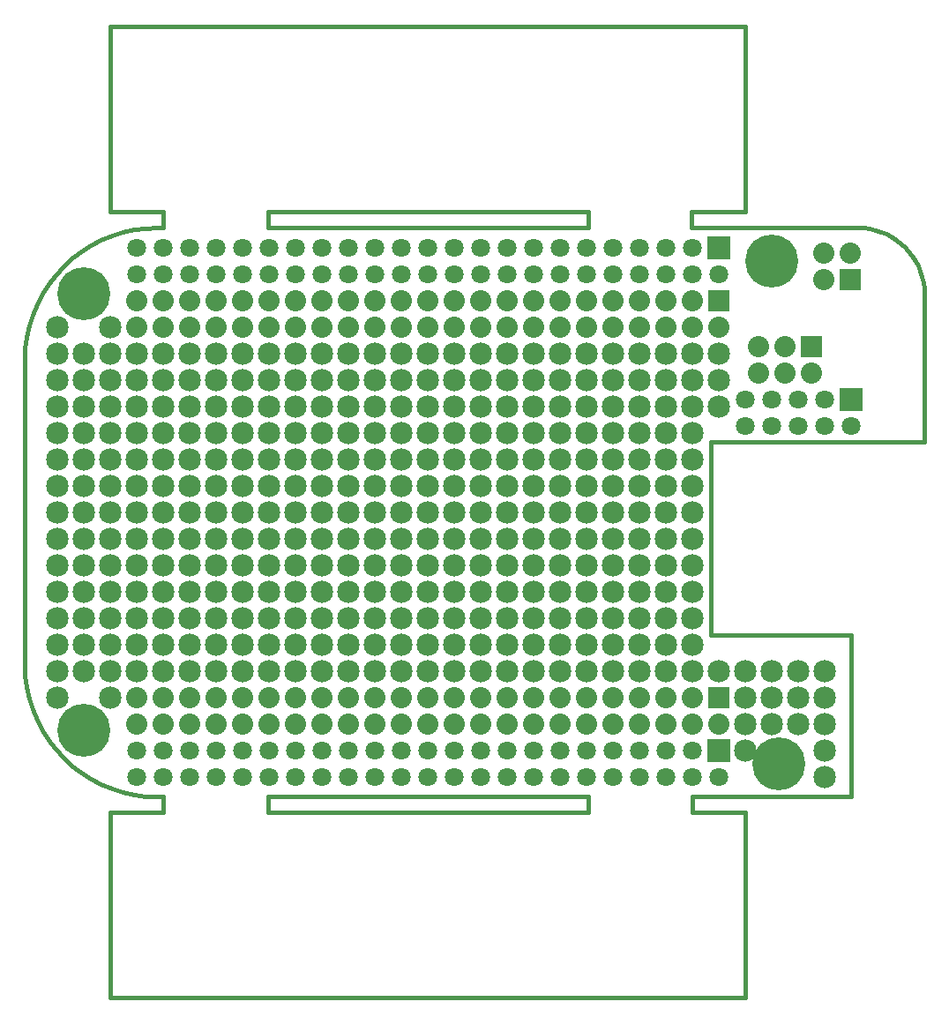
<source format=gbs>
G04 (created by PCBNEW-RS274X (2011-09-21 BZR 3143)-testing) date Fri 18 Nov 2011 08:31:53 AM EST*
G01*
G70*
G90*
%MOIN*%
G04 Gerber Fmt 3.4, Leading zero omitted, Abs format*
%FSLAX34Y34*%
G04 APERTURE LIST*
%ADD10C,0.006000*%
%ADD11C,0.015000*%
%ADD12R,0.080000X0.080000*%
%ADD13C,0.080000*%
%ADD14C,0.085000*%
%ADD15C,0.200000*%
%ADD16R,0.085000X0.085000*%
%ADD17C,0.071200*%
G04 APERTURE END LIST*
G54D10*
G54D11*
X21300Y00600D02*
X21300Y00000D01*
X09200Y00600D02*
X21300Y00600D01*
X09200Y00000D02*
X09200Y00600D01*
X21300Y00000D02*
X09200Y00000D01*
X09200Y-21500D02*
X09250Y-21500D01*
X09200Y-22100D02*
X09200Y-21500D01*
X21300Y-22100D02*
X09200Y-22100D01*
X21300Y-21500D02*
X21300Y-22100D01*
X09200Y-21500D02*
X21300Y-21500D01*
X31250Y-15400D02*
X25950Y-15400D01*
X31250Y-21500D02*
X28500Y-21500D01*
X31250Y-21500D02*
X31250Y-15450D01*
X05250Y00000D02*
X04900Y00000D01*
X05250Y00600D02*
X05250Y00000D01*
X03250Y00600D02*
X05250Y00600D01*
X25200Y00000D02*
X27250Y00000D01*
X25200Y00600D02*
X25200Y00000D01*
X27200Y00600D02*
X25200Y00600D01*
X27250Y-21500D02*
X25250Y-21500D01*
X27250Y-22100D02*
X27250Y-22150D01*
X25250Y-22100D02*
X27250Y-22100D01*
X25250Y-22100D02*
X25250Y-21500D01*
X05250Y-22100D02*
X05250Y-22050D01*
X03250Y-22100D02*
X05250Y-22100D01*
X05000Y-21500D02*
X05250Y-21500D01*
X05250Y-22100D02*
X05250Y-21500D01*
X27250Y-21500D02*
X28500Y-21500D01*
X27250Y-29100D02*
X27250Y-22100D01*
X03250Y-29100D02*
X27250Y-29100D01*
X03250Y-22100D02*
X03250Y-29100D01*
X03250Y07600D02*
X03250Y00600D01*
X27250Y07600D02*
X03250Y07600D01*
X27250Y00600D02*
X27250Y07600D01*
X27250Y00000D02*
X28500Y00000D01*
X25950Y-08100D02*
X25950Y-15400D01*
X34000Y-08100D02*
X25950Y-08100D01*
X34000Y-07900D02*
X34000Y-08100D01*
X28400Y00000D02*
X31500Y00000D01*
X00000Y-05000D02*
X00000Y-16500D01*
X34000Y-02500D02*
X34000Y-07950D01*
X34000Y-02500D02*
X33990Y-02283D01*
X33962Y-02066D01*
X33914Y-01853D01*
X33849Y-01645D01*
X33765Y-01444D01*
X33665Y-01251D01*
X33547Y-01067D01*
X33415Y-00894D01*
X33267Y-00733D01*
X33106Y-00585D01*
X32933Y-00453D01*
X32750Y-00335D01*
X32556Y-00235D01*
X32355Y-00151D01*
X32147Y-00086D01*
X31934Y-00038D01*
X31717Y-00010D01*
X31500Y00000D01*
X00000Y-16500D02*
X00020Y-16935D01*
X00076Y-17368D01*
X00171Y-17794D01*
X00302Y-18210D01*
X00469Y-18613D01*
X00670Y-18999D01*
X00905Y-19367D01*
X01170Y-19713D01*
X01465Y-20035D01*
X01787Y-20330D01*
X02133Y-20595D01*
X02501Y-20830D01*
X02887Y-21031D01*
X03290Y-21198D01*
X03706Y-21329D01*
X04132Y-21424D01*
X04565Y-21480D01*
X05000Y-21500D01*
X05000Y00000D02*
X04565Y-00020D01*
X04132Y-00076D01*
X03706Y-00171D01*
X03290Y-00302D01*
X02887Y-00469D01*
X02501Y-00670D01*
X02133Y-00905D01*
X01787Y-01170D01*
X01465Y-01465D01*
X01170Y-01787D01*
X00905Y-02133D01*
X00670Y-02501D01*
X00469Y-02887D01*
X00302Y-03290D01*
X00171Y-03706D01*
X00076Y-04132D01*
X00020Y-04565D01*
X00000Y-05000D01*
G54D12*
X26250Y-02750D03*
G54D13*
X26250Y-03750D03*
X21250Y-02750D03*
X25250Y-03750D03*
X20250Y-02750D03*
X24250Y-03750D03*
X19250Y-02750D03*
X23250Y-03750D03*
X18250Y-02750D03*
X22250Y-03750D03*
X17250Y-02750D03*
X21250Y-03750D03*
X16250Y-02750D03*
X20250Y-03750D03*
X15250Y-02750D03*
X19250Y-03750D03*
X14250Y-02750D03*
X18250Y-03750D03*
X13250Y-02750D03*
X17250Y-03750D03*
X12250Y-02750D03*
X16250Y-03750D03*
X11250Y-02750D03*
X15250Y-03750D03*
X14250Y-03750D03*
X10250Y-02750D03*
X13250Y-03750D03*
X11250Y-03750D03*
X10250Y-03750D03*
X09250Y-03750D03*
X08250Y-03750D03*
X09250Y-02750D03*
X08250Y-02750D03*
X25250Y-02750D03*
X24250Y-02750D03*
X23250Y-02750D03*
X22250Y-02750D03*
X07250Y-02750D03*
X07250Y-03750D03*
X12250Y-03750D03*
X06250Y-02750D03*
X06250Y-03750D03*
X05250Y-02750D03*
X05250Y-03750D03*
X04250Y-02750D03*
X04250Y-03750D03*
G54D14*
X26250Y-04750D03*
X26250Y-05750D03*
X26250Y-06750D03*
X29250Y-17750D03*
X30250Y-17750D03*
X30250Y-18750D03*
X09250Y-05750D03*
X09250Y-06750D03*
X09250Y-07750D03*
X09250Y-08750D03*
X09250Y-09750D03*
X09250Y-10750D03*
X09250Y-11750D03*
X09250Y-12750D03*
X09250Y-13750D03*
X09250Y-14750D03*
X08250Y-16750D03*
X09250Y-16750D03*
X10250Y-04750D03*
X10250Y-06750D03*
X10250Y-07750D03*
X10250Y-08750D03*
X10250Y-09750D03*
X10250Y-10750D03*
X10250Y-11750D03*
X10250Y-12750D03*
X08250Y-05750D03*
X07250Y-07750D03*
X07250Y-08750D03*
X07250Y-09750D03*
X07250Y-10750D03*
X07250Y-11750D03*
X07250Y-12750D03*
X07250Y-13750D03*
X07250Y-14750D03*
X07250Y-15750D03*
X07250Y-16750D03*
X07250Y-06750D03*
X08250Y-06750D03*
X08250Y-07750D03*
X08250Y-08750D03*
X08250Y-09750D03*
X08250Y-10750D03*
X08250Y-11750D03*
X08250Y-12750D03*
X08250Y-13750D03*
X08250Y-14750D03*
X08250Y-15750D03*
X09250Y-15750D03*
X12250Y-10750D03*
X12250Y-11750D03*
X12250Y-12750D03*
X12250Y-13750D03*
X12250Y-14750D03*
X12250Y-15750D03*
X12250Y-16750D03*
X13250Y-04750D03*
X13250Y-05750D03*
X13250Y-06750D03*
X12250Y-09750D03*
X13250Y-08750D03*
X13250Y-09750D03*
X13250Y-10750D03*
X13250Y-12750D03*
X13250Y-11750D03*
X10250Y-05750D03*
X13250Y-13750D03*
X13250Y-14750D03*
X13250Y-15750D03*
X11250Y-11750D03*
X10250Y-14750D03*
X10250Y-15750D03*
X10250Y-16750D03*
X11250Y-04750D03*
X11250Y-05750D03*
X11250Y-06750D03*
X11250Y-07750D03*
X11250Y-08750D03*
X11250Y-09750D03*
X11250Y-10750D03*
X10250Y-13750D03*
X11250Y-12750D03*
X11250Y-13750D03*
X11250Y-14750D03*
X11250Y-15750D03*
X11250Y-16750D03*
X12250Y-04750D03*
X12250Y-05750D03*
X12250Y-06750D03*
X12250Y-07750D03*
X05250Y-10750D03*
X13250Y-07750D03*
X02250Y-07750D03*
X02250Y-08750D03*
X02250Y-09750D03*
X02250Y-10750D03*
X02250Y-11750D03*
X02250Y-12750D03*
X02250Y-13750D03*
X02250Y-14750D03*
X02250Y-15750D03*
X02250Y-16750D03*
X02250Y-06750D03*
X03250Y-06750D03*
X03250Y-07750D03*
X03250Y-08750D03*
X03250Y-09750D03*
X03250Y-10750D03*
X03250Y-11750D03*
X03250Y-12750D03*
X03250Y-13750D03*
X03250Y-14750D03*
X01250Y-09750D03*
X05250Y-04750D03*
X06250Y-04750D03*
X07250Y-04750D03*
X08250Y-04750D03*
X09250Y-04750D03*
X03250Y-03750D03*
X01250Y-04750D03*
X01250Y-05750D03*
X01250Y-06750D03*
X01250Y-07750D03*
X01250Y-08750D03*
X04250Y-04750D03*
X01250Y-10750D03*
X01250Y-11750D03*
X01250Y-12750D03*
X01250Y-13750D03*
X01250Y-14750D03*
X01250Y-15750D03*
X01250Y-16750D03*
X01250Y-17750D03*
X02250Y-05750D03*
X06250Y-08750D03*
X03250Y-05750D03*
X05250Y-11750D03*
X05250Y-12750D03*
X05250Y-13750D03*
X05250Y-14750D03*
X05250Y-15750D03*
X05250Y-16750D03*
X06250Y-05750D03*
X06250Y-06750D03*
X06250Y-07750D03*
X05250Y-09750D03*
X06250Y-09750D03*
X06250Y-10750D03*
X06250Y-11750D03*
X06250Y-12750D03*
X06250Y-13750D03*
X06250Y-14750D03*
X06250Y-15750D03*
X06250Y-16750D03*
X07250Y-05750D03*
X04250Y-10750D03*
X03250Y-16750D03*
X03250Y-17750D03*
X04250Y-05750D03*
X01250Y-03750D03*
X04250Y-06750D03*
X04250Y-07750D03*
X04250Y-08750D03*
X02250Y-04750D03*
X03250Y-04750D03*
X04250Y-09750D03*
X03250Y-15750D03*
X04250Y-11750D03*
X04250Y-12750D03*
X04250Y-13750D03*
X04250Y-14750D03*
X04250Y-15750D03*
X04250Y-16750D03*
X05250Y-05750D03*
X05250Y-06750D03*
X05250Y-07750D03*
X05250Y-08750D03*
X12250Y-08750D03*
X27250Y-18750D03*
X27250Y-17750D03*
X25250Y-15750D03*
X25250Y-14750D03*
X25250Y-11750D03*
X25250Y-10750D03*
X25250Y-07750D03*
X25250Y-05750D03*
X25250Y-04750D03*
X24250Y-14750D03*
X28250Y-18750D03*
X24250Y-10750D03*
X19250Y-14750D03*
X24250Y-07750D03*
X24250Y-05750D03*
X23250Y-16750D03*
X23250Y-14750D03*
X23250Y-13750D03*
X23250Y-12750D03*
X23250Y-11750D03*
X21250Y-12750D03*
X20250Y-15750D03*
X20250Y-16750D03*
X21250Y-04750D03*
X21250Y-05750D03*
X21250Y-06750D03*
X21250Y-07750D03*
X21250Y-08750D03*
X21250Y-09750D03*
X21250Y-10750D03*
X21250Y-11750D03*
X20250Y-14750D03*
X21250Y-13750D03*
X21250Y-14750D03*
X21250Y-15750D03*
X21250Y-16750D03*
X22250Y-04750D03*
X30250Y-16750D03*
X28250Y-16750D03*
X30250Y-20750D03*
X28250Y-17750D03*
X24250Y-13750D03*
X30250Y-19750D03*
X29250Y-18750D03*
X27250Y-19750D03*
X27250Y-16750D03*
X26250Y-16750D03*
X25250Y-16750D03*
X25250Y-13750D03*
X25250Y-12750D03*
X25250Y-09750D03*
X25250Y-08750D03*
X29250Y-16750D03*
X24250Y-16750D03*
X24250Y-15750D03*
X24250Y-12750D03*
X24250Y-11750D03*
X24250Y-09750D03*
X24250Y-08750D03*
X24250Y-06750D03*
X24250Y-04750D03*
X23250Y-15750D03*
X22250Y-13750D03*
X23250Y-09750D03*
X20250Y-12750D03*
X23250Y-08750D03*
X23250Y-07750D03*
X23250Y-06750D03*
X23250Y-05750D03*
X23250Y-04750D03*
X22250Y-16750D03*
X22250Y-15750D03*
X22250Y-14750D03*
X23250Y-10750D03*
X22250Y-12750D03*
X22250Y-11750D03*
X22250Y-10750D03*
X22250Y-09750D03*
X22250Y-08750D03*
X22250Y-07750D03*
X22250Y-06750D03*
X22250Y-05750D03*
X19250Y-16750D03*
X15250Y-13750D03*
X15250Y-14750D03*
X15250Y-15750D03*
X15250Y-16750D03*
X16250Y-04750D03*
X16250Y-05750D03*
X16250Y-06750D03*
X16250Y-07750D03*
X16250Y-08750D03*
X16250Y-09750D03*
X15250Y-12750D03*
X16250Y-11750D03*
X16250Y-12750D03*
X16250Y-13750D03*
X16250Y-14750D03*
X16250Y-15750D03*
X16250Y-16750D03*
X17250Y-04750D03*
X17250Y-05750D03*
X17250Y-06750D03*
X17250Y-07750D03*
X14250Y-14750D03*
X14250Y-04750D03*
X14250Y-05750D03*
X14250Y-06750D03*
X14250Y-07750D03*
X14250Y-08750D03*
X14250Y-09750D03*
X14250Y-10750D03*
X14250Y-11750D03*
X14250Y-12750D03*
X14250Y-13750D03*
X13250Y-16750D03*
X14250Y-15750D03*
X14250Y-16750D03*
X15250Y-04750D03*
X15250Y-05750D03*
X15250Y-06750D03*
X15250Y-07750D03*
X15250Y-08750D03*
X15250Y-09750D03*
X15250Y-10750D03*
X15250Y-11750D03*
X16250Y-10750D03*
X19250Y-05750D03*
X19250Y-06750D03*
X19250Y-07750D03*
X19250Y-08750D03*
X19250Y-09750D03*
X19250Y-10750D03*
X19250Y-11750D03*
X19250Y-12750D03*
X19250Y-13750D03*
X19250Y-15750D03*
X19250Y-04750D03*
X20250Y-04750D03*
X20250Y-05750D03*
X20250Y-06750D03*
X20250Y-07750D03*
X20250Y-08750D03*
X20250Y-09750D03*
X20250Y-10750D03*
X20250Y-11750D03*
X20250Y-13750D03*
X18250Y-06750D03*
X17250Y-09750D03*
X17250Y-10750D03*
X17250Y-11750D03*
X17250Y-12750D03*
X17250Y-13750D03*
X17250Y-14750D03*
X17250Y-15750D03*
X17250Y-16750D03*
X18250Y-04750D03*
X18250Y-05750D03*
X17250Y-08750D03*
X18250Y-07750D03*
X18250Y-08750D03*
X18250Y-09750D03*
X18250Y-10750D03*
X18250Y-11750D03*
X18250Y-12750D03*
X18250Y-13750D03*
X18250Y-14750D03*
X18250Y-15750D03*
X18250Y-16750D03*
X25250Y-06750D03*
G54D12*
X26250Y-17750D03*
G54D13*
X26250Y-18750D03*
X21250Y-17750D03*
X25250Y-18750D03*
X20250Y-17750D03*
X24250Y-18750D03*
X19250Y-17750D03*
X23250Y-18750D03*
X18250Y-17750D03*
X22250Y-18750D03*
X17250Y-17750D03*
X21250Y-18750D03*
X16250Y-17750D03*
X20250Y-18750D03*
X15250Y-17750D03*
X19250Y-18750D03*
X14250Y-17750D03*
X18250Y-18750D03*
X13250Y-17750D03*
X17250Y-18750D03*
X12250Y-17750D03*
X16250Y-18750D03*
X11250Y-17750D03*
X15250Y-18750D03*
X14250Y-18750D03*
X10250Y-17750D03*
X13250Y-18750D03*
X11250Y-18750D03*
X10250Y-18750D03*
X09250Y-18750D03*
X08250Y-18750D03*
X09250Y-17750D03*
X08250Y-17750D03*
X25250Y-17750D03*
X24250Y-17750D03*
X23250Y-17750D03*
X22250Y-17750D03*
X07250Y-17750D03*
X07250Y-18750D03*
X12250Y-18750D03*
X06250Y-17750D03*
X06250Y-18750D03*
X05250Y-17750D03*
X05250Y-18750D03*
X04250Y-17750D03*
X04250Y-18750D03*
G54D12*
X29750Y-04500D03*
G54D13*
X29750Y-05500D03*
X28750Y-04500D03*
X28750Y-05500D03*
X27750Y-04500D03*
X27750Y-05500D03*
G54D12*
X31200Y-01950D03*
G54D13*
X30200Y-01950D03*
X31200Y-00950D03*
X30200Y-00950D03*
G54D15*
X02250Y-02500D03*
X28250Y-01250D03*
X28500Y-20250D03*
X02250Y-19000D03*
G54D16*
X26250Y-00750D03*
G54D17*
X26250Y-01750D03*
X25250Y-00750D03*
X25250Y-01750D03*
X24250Y-00750D03*
X24250Y-01750D03*
X23250Y-00750D03*
X23250Y-01750D03*
X22250Y-00750D03*
X22250Y-01750D03*
X21250Y-00750D03*
X21250Y-01750D03*
X20250Y-00750D03*
X20250Y-01750D03*
X19250Y-00750D03*
X19250Y-01750D03*
X18250Y-00750D03*
X18250Y-01750D03*
X17250Y-00750D03*
X17250Y-01750D03*
X16250Y-00750D03*
X16250Y-01750D03*
X15250Y-00750D03*
X15250Y-01750D03*
X14250Y-00750D03*
X14250Y-01750D03*
X13250Y-00750D03*
X13250Y-01750D03*
X12250Y-00750D03*
X12250Y-01750D03*
X11250Y-00750D03*
X11250Y-01750D03*
X10250Y-00750D03*
X10250Y-01750D03*
X09250Y-00750D03*
X09250Y-01750D03*
X08250Y-00750D03*
X08250Y-01750D03*
X07250Y-00750D03*
X07250Y-01750D03*
X06250Y-00750D03*
X06250Y-01750D03*
X05250Y-00750D03*
X05250Y-01750D03*
X04250Y-00750D03*
X04250Y-01750D03*
G54D16*
X26250Y-19750D03*
G54D17*
X26250Y-20750D03*
X25250Y-19750D03*
X25250Y-20750D03*
X24250Y-19750D03*
X24250Y-20750D03*
X23250Y-19750D03*
X23250Y-20750D03*
X22250Y-19750D03*
X22250Y-20750D03*
X21250Y-19750D03*
X21250Y-20750D03*
X20250Y-19750D03*
X20250Y-20750D03*
X19250Y-19750D03*
X19250Y-20750D03*
X18250Y-19750D03*
X18250Y-20750D03*
X17250Y-19750D03*
X17250Y-20750D03*
X16250Y-19750D03*
X16250Y-20750D03*
X15250Y-19750D03*
X15250Y-20750D03*
X14250Y-19750D03*
X14250Y-20750D03*
X13250Y-19750D03*
X13250Y-20750D03*
X12250Y-19750D03*
X12250Y-20750D03*
X11250Y-19750D03*
X11250Y-20750D03*
X10250Y-19750D03*
X10250Y-20750D03*
X09250Y-19750D03*
X09250Y-20750D03*
X08250Y-19750D03*
X08250Y-20750D03*
X07250Y-19750D03*
X07250Y-20750D03*
X06250Y-19750D03*
X06250Y-20750D03*
X05250Y-19750D03*
X05250Y-20750D03*
X04250Y-19750D03*
X04250Y-20750D03*
G54D16*
X31250Y-06500D03*
G54D17*
X31250Y-07500D03*
X30250Y-06500D03*
X30250Y-07500D03*
X29250Y-06500D03*
X29250Y-07500D03*
X28250Y-06500D03*
X28250Y-07500D03*
X27250Y-06500D03*
X27250Y-07500D03*
M02*

</source>
